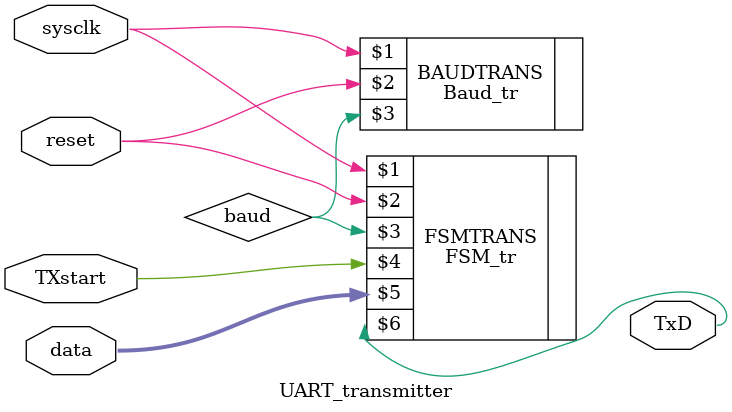
<source format=v>
`timescale 1ns / 1ps


module UART_transmitter(sysclk, reset, TXstart, data, TxD);

input sysclk, reset, TXstart;
input [7:0] data;

output wire TxD;

wire baud;//Internal connections

//baud block
Baud_tr BAUDTRANS(
    sysclk, reset, //in
    baud    //out

);
//FMS blok
FSM_tr FSMTRANS(
    sysclk, reset, baud, TXstart, data, //in
    TxD  //out

);


endmodule

</source>
